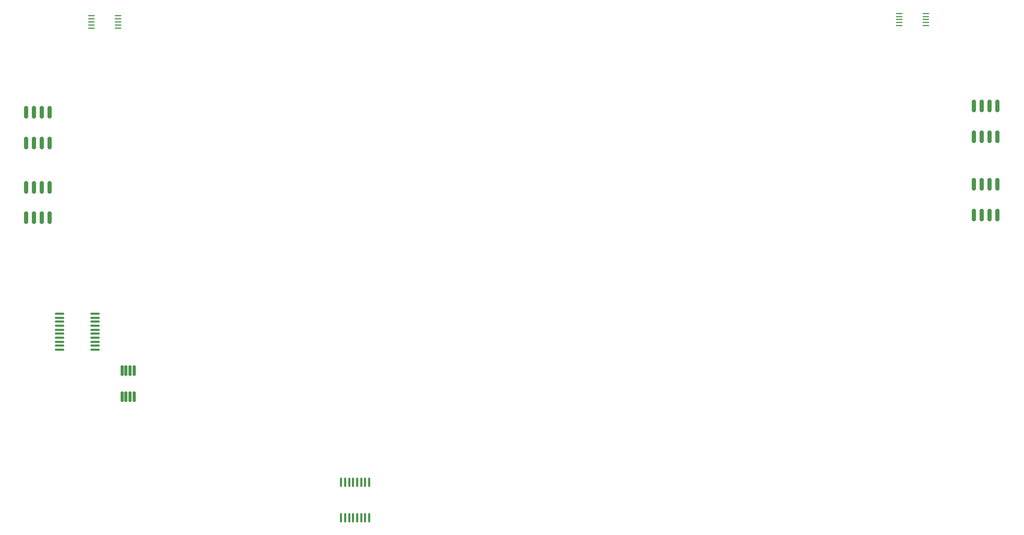
<source format=gbr>
%TF.GenerationSoftware,KiCad,Pcbnew,8.0.4*%
%TF.CreationDate,2024-12-05T04:30:44-06:00*%
%TF.ProjectId,mainpcb,6d61696e-7063-4622-9e6b-696361645f70,rev?*%
%TF.SameCoordinates,Original*%
%TF.FileFunction,Paste,Top*%
%TF.FilePolarity,Positive*%
%FSLAX46Y46*%
G04 Gerber Fmt 4.6, Leading zero omitted, Abs format (unit mm)*
G04 Created by KiCad (PCBNEW 8.0.4) date 2024-12-05 04:30:44*
%MOMM*%
%LPD*%
G01*
G04 APERTURE LIST*
G04 Aperture macros list*
%AMRoundRect*
0 Rectangle with rounded corners*
0 $1 Rounding radius*
0 $2 $3 $4 $5 $6 $7 $8 $9 X,Y pos of 4 corners*
0 Add a 4 corners polygon primitive as box body*
4,1,4,$2,$3,$4,$5,$6,$7,$8,$9,$2,$3,0*
0 Add four circle primitives for the rounded corners*
1,1,$1+$1,$2,$3*
1,1,$1+$1,$4,$5*
1,1,$1+$1,$6,$7*
1,1,$1+$1,$8,$9*
0 Add four rect primitives between the rounded corners*
20,1,$1+$1,$2,$3,$4,$5,0*
20,1,$1+$1,$4,$5,$6,$7,0*
20,1,$1+$1,$6,$7,$8,$9,0*
20,1,$1+$1,$8,$9,$2,$3,0*%
G04 Aperture macros list end*
%ADD10RoundRect,0.150000X-0.150000X0.825000X-0.150000X-0.825000X0.150000X-0.825000X0.150000X0.825000X0*%
%ADD11RoundRect,0.150000X0.150000X-0.825000X0.150000X0.825000X-0.150000X0.825000X-0.150000X-0.825000X0*%
%ADD12RoundRect,0.100000X-0.100000X0.637500X-0.100000X-0.637500X0.100000X-0.637500X0.100000X0.637500X0*%
%ADD13RoundRect,0.100000X0.637500X0.100000X-0.637500X0.100000X-0.637500X-0.100000X0.637500X-0.100000X0*%
%ADD14RoundRect,0.125000X-0.125000X0.687500X-0.125000X-0.687500X0.125000X-0.687500X0.125000X0.687500X0*%
%ADD15R,1.100000X0.250000*%
G04 APERTURE END LIST*
D10*
%TO.C,U7*%
X76200000Y-69813562D03*
X74930000Y-69813562D03*
X73660000Y-69813562D03*
X72390000Y-69813562D03*
X72390000Y-74763562D03*
X73660000Y-74763562D03*
X74930000Y-74763562D03*
X76200000Y-74763562D03*
%TD*%
D11*
%TO.C,U11*%
X226060000Y-86455000D03*
X227330000Y-86455000D03*
X228600000Y-86455000D03*
X229870000Y-86455000D03*
X229870000Y-81505000D03*
X228600000Y-81505000D03*
X227330000Y-81505000D03*
X226060000Y-81505000D03*
%TD*%
D12*
%TO.C,U9*%
X128005000Y-129852500D03*
X127355000Y-129852500D03*
X126705000Y-129852500D03*
X126055000Y-129852500D03*
X125405000Y-129852500D03*
X124755000Y-129852500D03*
X124105000Y-129852500D03*
X123455000Y-129852500D03*
X123455000Y-135577500D03*
X124105000Y-135577500D03*
X124755000Y-135577500D03*
X125405000Y-135577500D03*
X126055000Y-135577500D03*
X126705000Y-135577500D03*
X127355000Y-135577500D03*
X128005000Y-135577500D03*
%TD*%
D13*
%TO.C,U2*%
X83507500Y-108335000D03*
X83507500Y-107685000D03*
X83507500Y-107035000D03*
X83507500Y-106385000D03*
X83507500Y-105735000D03*
X83507500Y-105085000D03*
X83507500Y-104435000D03*
X83507500Y-103785000D03*
X83507500Y-103135000D03*
X83507500Y-102485000D03*
X77782500Y-102485000D03*
X77782500Y-103135000D03*
X77782500Y-103785000D03*
X77782500Y-104435000D03*
X77782500Y-105085000D03*
X77782500Y-105735000D03*
X77782500Y-106385000D03*
X77782500Y-107035000D03*
X77782500Y-107685000D03*
X77782500Y-108335000D03*
%TD*%
D14*
%TO.C,U1*%
X89875000Y-111679500D03*
X89225000Y-111679500D03*
X88575000Y-111679500D03*
X87925000Y-111679500D03*
X87925000Y-115904500D03*
X88575000Y-115904500D03*
X89225000Y-115904500D03*
X89875000Y-115904500D03*
%TD*%
D11*
%TO.C,U12*%
X226080000Y-73772500D03*
X227350000Y-73772500D03*
X228620000Y-73772500D03*
X229890000Y-73772500D03*
X229890000Y-68822500D03*
X228620000Y-68822500D03*
X227350000Y-68822500D03*
X226080000Y-68822500D03*
%TD*%
D15*
%TO.C,U6*%
X213951740Y-53772500D03*
X213951740Y-54272500D03*
X213951740Y-54772500D03*
X213951740Y-55272500D03*
X213951740Y-55772500D03*
X218251740Y-55772500D03*
X218251740Y-55272500D03*
X218251740Y-54772500D03*
X218251740Y-54272500D03*
X218251740Y-53772500D03*
%TD*%
D10*
%TO.C,U8*%
X76200000Y-81980000D03*
X74930000Y-81980000D03*
X73660000Y-81980000D03*
X72390000Y-81980000D03*
X72390000Y-86930000D03*
X73660000Y-86930000D03*
X74930000Y-86930000D03*
X76200000Y-86930000D03*
%TD*%
D15*
%TO.C,U5*%
X87240000Y-56163562D03*
X87240000Y-55663562D03*
X87240000Y-55163562D03*
X87240000Y-54663562D03*
X87240000Y-54163562D03*
X82940000Y-54163562D03*
X82940000Y-54663562D03*
X82940000Y-55163562D03*
X82940000Y-55663562D03*
X82940000Y-56163562D03*
%TD*%
M02*

</source>
